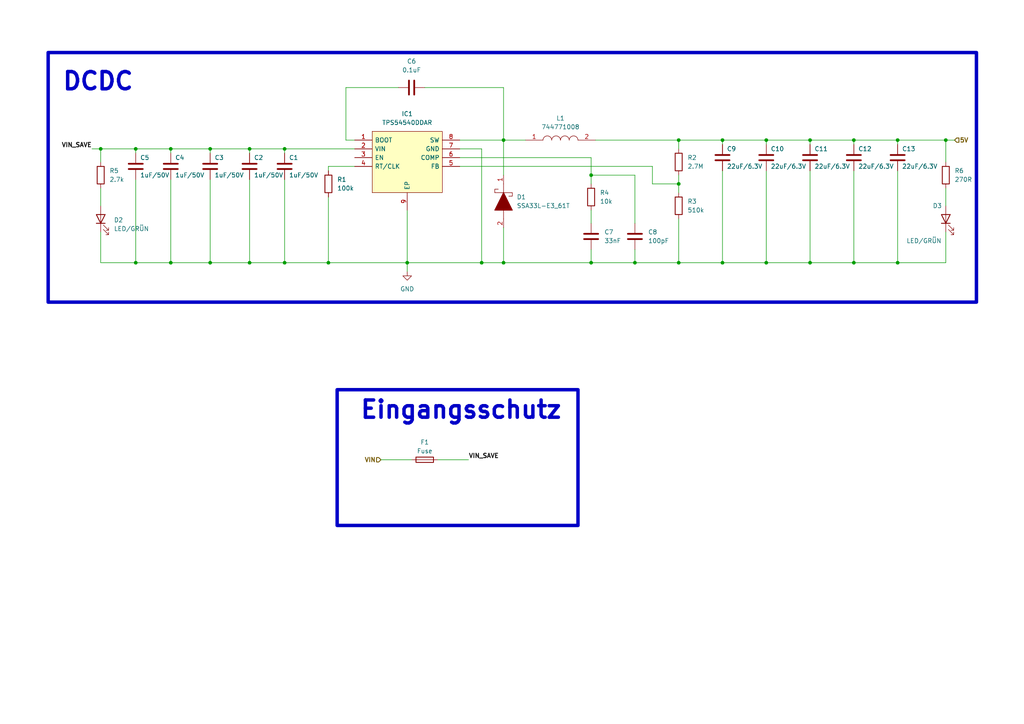
<source format=kicad_sch>
(kicad_sch (version 20230121) (generator eeschema)
  (paper "A4")
  (lib_symbols
    (symbol "Device:C" (pin_numbers hide) (pin_names (offset 0.254))
      (property "Reference" "C" (at 0.635 2.54 0))
      (property "Value" "C" (at 0.635 -2.54 0))
      (symbol "C_0_1"
        (polyline (pts (xy -2.032 -0.762) (xy 2.032 -0.762)) (stroke (width 0.508)))
        (polyline (pts (xy -2.032 0.762) (xy 2.032 0.762)) (stroke (width 0.508)))
      )
      (symbol "C_1_1"
        (pin passive line (at 0 3.81 270) (length 2.794) (name "~") (number "1"))
        (pin passive line (at 0 -3.81 90) (length 2.794) (name "~") (number "2"))
      )
    )
    (symbol "Device:Fuse" (pin_numbers hide) (pin_names (offset 0))
      (property "Reference" "F" (at 2.032 0 90))
      (property "Value" "Fuse" (at -1.905 0 90))
      (symbol "Fuse_0_1"
        (rectangle (start -0.762 -2.54) (end 0.762 2.54) (stroke (width 0.254)))
        (polyline (pts (xy 0 2.54) (xy 0 -2.54)))
      )
      (symbol "Fuse_1_1"
        (pin passive line (at 0 3.81 270) (length 1.27) (name "~") (number "1"))
        (pin passive line (at 0 -3.81 90) (length 1.27) (name "~") (number "2"))
      )
    )
    (symbol "Device:LED" (pin_numbers hide) (pin_names (offset 1.016) hide)
      (property "Reference" "D" (at 0 2.54 0))
      (property "Value" "LED" (at 0 -2.54 0))
      (symbol "LED_0_1"
        (polyline (pts (xy -1.27 -1.27) (xy -1.27 1.27)) (stroke (width 0.254)))
        (polyline (pts (xy -1.27 0) (xy 1.27 0)))
        (polyline (pts (xy 1.27 -1.27) (xy 1.27 1.27) (xy -1.27 0) (xy 1.27 -1.27)) (stroke (width 0.254)))
        (polyline (pts (xy -3.048 -0.762) (xy -4.572 -2.286) (xy -3.81 -2.286) (xy -4.572 -2.286) (xy -4.572 -1.524)))
        (polyline (pts (xy -1.778 -0.762) (xy -3.302 -2.286) (xy -2.54 -2.286) (xy -3.302 -2.286) (xy -3.302 -1.524)))
      )
      (symbol "LED_1_1"
        (pin passive line (at -3.81 0 0) (length 2.54) (name "K") (number "1"))
        (pin passive line (at 3.81 0 180) (length 2.54) (name "A") (number "2"))
      )
    )
    (symbol "Device:R" (pin_numbers hide) (pin_names (offset 0))
      (property "Reference" "R" (at 2.032 0 90))
      (property "Value" "R" (at 0 0 90))
      (symbol "R_0_1"
        (rectangle (start -1.016 -2.54) (end 1.016 2.54) (stroke (width 0.254)))
      )
      (symbol "R_1_1"
        (pin passive line (at 0 3.81 270) (length 1.27) (name "~") (number "1"))
        (pin passive line (at 0 -3.81 90) (length 1.27) (name "~") (number "2"))
      )
    )
    (symbol "Samacsys:744771008" (pin_names (offset 0.762))
      (property "Reference" "L" (at 16.51 6.35 0))
      (property "Value" "744771008" (at 16.51 3.81 0))
      (symbol "744771008_0_0"
        (pin passive line (at 0 0 0) (length 5.08) (name "~") (number "1"))
        (pin passive line (at 20.32 0 180) (length 5.08) (name "~") (number "2"))
      )
      (symbol "744771008_0_1"
        (arc (start 7.62 0) (mid 6.35 1.2202) (end 5.08 0) (stroke (width 0.1524)))
        (arc (start 10.16 0) (mid 8.89 1.2202) (end 7.62 0) (stroke (width 0.1524)))
        (arc (start 12.7 0) (mid 11.43 1.2202) (end 10.16 0) (stroke (width 0.1524)))
        (arc (start 15.24 0) (mid 13.97 1.2202) (end 12.7 0) (stroke (width 0.1524)))
      )
    )
    (symbol "Samacsys:SSA33L-E3_61T" (pin_names (offset 0.762))
      (property "Reference" "D" (at 12.7 8.89 0))
      (property "Value" "SSA33L-E3_61T" (at 12.7 6.35 0))
      (symbol "SSA33L-E3_61T_0_0"
        (pin passive line (at 2.54 0 0) (length 2.54) (name "~") (number "1"))
        (pin passive line (at 17.78 0 180) (length 2.54) (name "~") (number "2"))
      )
      (symbol "SSA33L-E3_61T_0_1"
        (polyline (pts (xy 5.08 0) (xy 7.62 0)) (stroke (width 0.1524)))
        (polyline (pts (xy 7.62 2.54) (xy 7.62 -2.54)) (stroke (width 0.1524)))
        (polyline (pts (xy 12.7 0) (xy 15.24 0)) (stroke (width 0.1524)))
        (polyline (pts (xy 7.62 -2.54) (xy 6.604 -2.54) (xy 6.604 -1.524)) (stroke (width 0.1524)))
        (polyline (pts (xy 7.62 2.54) (xy 8.636 2.54) (xy 8.636 1.524)) (stroke (width 0.1524)))
        (polyline (pts (xy 7.62 0) (xy 12.7 2.54) (xy 12.7 -2.54) (xy 7.62 0)) (stroke (width 0.254)) (fill (type outline)))
      )
    )
    (symbol "Samacsys:TPS54540DDAR" (pin_names (offset 0.762))
      (property "Reference" "IC1" (at 15.24 7.62 0))
      (property "Value" "TPS54540DDAR" (at 15.24 5.08 0))
      (symbol "TPS54540DDAR_0_0"
        (pin passive line (at 0 0 0) (length 5.08) (name "BOOT") (number "1"))
        (pin passive line (at 0 -2.54 0) (length 5.08) (name "VIN") (number "2"))
        (pin passive line (at 0 -5.08 0) (length 5.08) (name "EN") (number "3"))
        (pin passive line (at 0 -7.62 0) (length 5.08) (name "RT/CLK") (number "4"))
        (pin passive line (at 30.48 -7.62 180) (length 5.08) (name "FB") (number "5"))
        (pin passive line (at 30.48 -5.08 180) (length 5.08) (name "COMP") (number "6"))
        (pin passive line (at 30.48 -2.54 180) (length 5.08) (name "GND") (number "7"))
        (pin passive line (at 30.48 0 180) (length 5.08) (name "SW") (number "8"))
        (pin passive line (at 15.24 -20.32 90) (length 5.08) (name "EP") (number "9"))
      )
      (symbol "TPS54540DDAR_1_1"
        (polyline (pts (xy 5.08 2.54) (xy 25.4 2.54) (xy 25.4 -15.24) (xy 5.08 -15.24) (xy 5.08 2.54)) (stroke (width 0.1524)) (fill (type background)))
      )
    )
    (symbol "power:GND" (power) (pin_names (offset 0))
      (property "Value" "GND" (at 0 -3.81 0))
      (symbol "GND_0_1"
        (polyline (pts (xy 0 0) (xy 0 -1.27) (xy 1.27 -1.27) (xy 0 -2.54) (xy -1.27 -1.27) (xy 0 -1.27)))
      )
      (symbol "GND_1_1"
        (pin power_in line (at 0 0 270) (length 0) hide (name "GND") (number "1"))
      )
    )
  )
  (junction (at 247.65 76.2))
  (junction (at 72.39 43.18))
  (junction (at 196.85 53.34))
  (junction (at 146.05 40.64))
  (junction (at 146.05 76.2))
  (junction (at 234.95 40.64))
  (junction (at 196.85 40.64))
  (junction (at 234.95 76.2))
  (junction (at 222.25 76.2))
  (junction (at 49.53 76.2))
  (junction (at 60.96 76.2))
  (junction (at 139.7 76.2))
  (junction (at 39.37 76.2))
  (junction (at 184.15 76.2))
  (junction (at 39.37 43.18))
  (junction (at 209.55 76.2))
  (junction (at 82.55 43.18))
  (junction (at 29.21 43.18))
  (junction (at 247.65 40.64))
  (junction (at 60.96 43.18))
  (junction (at 95.25 76.2))
  (junction (at 222.25 40.64))
  (junction (at 209.55 40.64))
  (junction (at 171.45 50.8))
  (junction (at 49.53 43.18))
  (junction (at 196.85 76.2))
  (junction (at 260.35 40.64))
  (junction (at 118.11 76.2))
  (junction (at 274.32 40.64))
  (junction (at 72.39 76.2))
  (junction (at 82.55 76.2))
  (junction (at 171.45 76.2))
  (junction (at 260.35 76.2))
  (wire (pts (xy 139.7 43.18) (xy 139.7 76.2)))
  (wire (pts (xy 184.15 76.2) (xy 171.45 76.2)))
  (wire (pts (xy 171.45 50.8) (xy 171.45 53.34)))
  (wire (pts (xy 127 133.35) (xy 135.89 133.35)))
  (wire (pts (xy 133.35 40.64) (xy 146.05 40.64)))
  (wire (pts (xy 274.32 67.31) (xy 274.32 76.2)))
  (wire (pts (xy 274.32 46.99) (xy 274.32 40.64)))
  (wire (pts (xy 260.35 41.91) (xy 260.35 40.64)))
  (wire (pts (xy 29.21 54.61) (xy 29.21 59.69)))
  (wire (pts (xy 260.35 49.53) (xy 260.35 76.2)))
  (wire (pts (xy 209.55 49.53) (xy 209.55 76.2)))
  (wire (pts (xy 29.21 67.31) (xy 29.21 76.2)))
  (wire (pts (xy 49.53 44.45) (xy 49.53 43.18)))
  (wire (pts (xy 146.05 40.64) (xy 152.4 40.64)))
  (wire (pts (xy 133.35 45.72) (xy 171.45 45.72)))
  (wire (pts (xy 171.45 76.2) (xy 146.05 76.2)))
  (wire (pts (xy 274.32 40.64) (xy 276.86 40.64)))
  (wire (pts (xy 247.65 41.91) (xy 247.65 40.64)))
  (wire (pts (xy 146.05 25.4) (xy 146.05 40.64)))
  (wire (pts (xy 39.37 76.2) (xy 49.53 76.2)))
  (wire (pts (xy 102.87 48.26) (xy 95.25 48.26)))
  (wire (pts (xy 100.33 40.64) (xy 102.87 40.64)))
  (wire (pts (xy 222.25 41.91) (xy 222.25 40.64)))
  (wire (pts (xy 60.96 52.07) (xy 60.96 76.2)))
  (wire (pts (xy 100.33 25.4) (xy 100.33 40.64)))
  (wire (pts (xy 72.39 43.18) (xy 82.55 43.18)))
  (wire (pts (xy 26.67 43.18) (xy 29.21 43.18)))
  (wire (pts (xy 49.53 43.18) (xy 60.96 43.18)))
  (wire (pts (xy 209.55 76.2) (xy 196.85 76.2)))
  (wire (pts (xy 184.15 64.77) (xy 184.15 50.8)))
  (wire (pts (xy 171.45 50.8) (xy 171.45 45.72)))
  (wire (pts (xy 133.35 43.18) (xy 139.7 43.18)))
  (wire (pts (xy 133.35 48.26) (xy 189.23 48.26)))
  (wire (pts (xy 196.85 63.5) (xy 196.85 76.2)))
  (wire (pts (xy 118.11 76.2) (xy 139.7 76.2)))
  (wire (pts (xy 39.37 44.45) (xy 39.37 43.18)))
  (wire (pts (xy 118.11 76.2) (xy 118.11 78.74)))
  (wire (pts (xy 72.39 52.07) (xy 72.39 76.2)))
  (wire (pts (xy 172.72 40.64) (xy 196.85 40.64)))
  (wire (pts (xy 102.87 43.18) (xy 82.55 43.18)))
  (wire (pts (xy 82.55 76.2) (xy 95.25 76.2)))
  (wire (pts (xy 222.25 76.2) (xy 209.55 76.2)))
  (wire (pts (xy 196.85 76.2) (xy 184.15 76.2)))
  (wire (pts (xy 234.95 76.2) (xy 222.25 76.2)))
  (wire (pts (xy 82.55 43.18) (xy 82.55 44.45)))
  (wire (pts (xy 260.35 40.64) (xy 247.65 40.64)))
  (wire (pts (xy 274.32 54.61) (xy 274.32 59.69)))
  (wire (pts (xy 139.7 76.2) (xy 146.05 76.2)))
  (wire (pts (xy 29.21 43.18) (xy 39.37 43.18)))
  (wire (pts (xy 123.19 25.4) (xy 146.05 25.4)))
  (wire (pts (xy 95.25 48.26) (xy 95.25 49.53)))
  (wire (pts (xy 247.65 49.53) (xy 247.65 76.2)))
  (wire (pts (xy 146.05 76.2) (xy 146.05 66.04)))
  (wire (pts (xy 222.25 49.53) (xy 222.25 76.2)))
  (wire (pts (xy 39.37 43.18) (xy 49.53 43.18)))
  (wire (pts (xy 49.53 76.2) (xy 60.96 76.2)))
  (wire (pts (xy 171.45 72.39) (xy 171.45 76.2)))
  (wire (pts (xy 29.21 46.99) (xy 29.21 43.18)))
  (wire (pts (xy 184.15 72.39) (xy 184.15 76.2)))
  (wire (pts (xy 184.15 50.8) (xy 171.45 50.8)))
  (wire (pts (xy 196.85 50.8) (xy 196.85 53.34)))
  (wire (pts (xy 39.37 52.07) (xy 39.37 76.2)))
  (wire (pts (xy 189.23 53.34) (xy 196.85 53.34)))
  (wire (pts (xy 95.25 76.2) (xy 118.11 76.2)))
  (wire (pts (xy 222.25 40.64) (xy 209.55 40.64)))
  (wire (pts (xy 274.32 40.64) (xy 260.35 40.64)))
  (wire (pts (xy 72.39 76.2) (xy 82.55 76.2)))
  (wire (pts (xy 49.53 52.07) (xy 49.53 76.2)))
  (wire (pts (xy 196.85 40.64) (xy 196.85 43.18)))
  (wire (pts (xy 247.65 40.64) (xy 234.95 40.64)))
  (wire (pts (xy 209.55 41.91) (xy 209.55 40.64)))
  (wire (pts (xy 247.65 76.2) (xy 234.95 76.2)))
  (wire (pts (xy 60.96 44.45) (xy 60.96 43.18)))
  (wire (pts (xy 118.11 60.96) (xy 118.11 76.2)))
  (wire (pts (xy 60.96 76.2) (xy 72.39 76.2)))
  (wire (pts (xy 234.95 41.91) (xy 234.95 40.64)))
  (wire (pts (xy 209.55 40.64) (xy 196.85 40.64)))
  (wire (pts (xy 95.25 57.15) (xy 95.25 76.2)))
  (wire (pts (xy 189.23 48.26) (xy 189.23 53.34)))
  (wire (pts (xy 196.85 53.34) (xy 196.85 55.88)))
  (wire (pts (xy 171.45 60.96) (xy 171.45 64.77)))
  (wire (pts (xy 110.49 133.35) (xy 119.38 133.35)))
  (wire (pts (xy 82.55 52.07) (xy 82.55 76.2)))
  (wire (pts (xy 234.95 40.64) (xy 222.25 40.64)))
  (wire (pts (xy 115.57 25.4) (xy 100.33 25.4)))
  (wire (pts (xy 234.95 49.53) (xy 234.95 76.2)))
  (wire (pts (xy 72.39 44.45) (xy 72.39 43.18)))
  (wire (pts (xy 29.21 76.2) (xy 39.37 76.2)))
  (wire (pts (xy 274.32 76.2) (xy 260.35 76.2)))
  (wire (pts (xy 60.96 43.18) (xy 72.39 43.18)))
  (wire (pts (xy 260.35 76.2) (xy 247.65 76.2)))
  (wire (pts (xy 146.05 40.64) (xy 146.05 50.8)))
  (rectangle (start 13.97 15.24) (end 283.21 87.63) (stroke (width 1)))
  (rectangle (start 97.79 113.03) (end 167.64 152.4) (stroke (width 1)))
  (text "DCDC\n" (at 17.78 26.67 0) (effects (font (size 5 5) bold) (justify left bottom)))
  (text "Eingangsschutz\n" (at 104.14 121.92 0) (effects (font (size 5 5) bold) (justify left bottom)))
  (label "VIN_SAVE" (at 135.89 133.35 0) (effects (font bold)))
  (label "VIN_SAVE" (at 26.67 43.18 180) (effects (font bold)))
  (hierarchical_label "5V" (shape input) (at 276.86 40.64 0) (effects (font bold)))
  (hierarchical_label "VIN" (shape input) (at 110.49 133.35 180) (effects (font bold)))
  (symbol (lib_id "Device:C") (at 119.38 25.4 90) (unit 1)
    (property "Reference" "C6" (at 119.38 17.78 90))
    (property "Value" "0.1uF" (at 119.38 20.32 90))
    (property "Footprint" "Capacitor_SMD:C_0805_2012Metric_Pad1.18x1.45mm_HandSolder" (effects hide))
  )
  (symbol (lib_id "Device:C") (at 60.96 48.26 0) (unit 1)
    (property "Reference" "C3" (at 62.23 45.72 0) (effects (justify left)))
    (property "Value" "1uF/50V" (at 62.23 50.8 0) (effects (justify left)))
    (property "Footprint" "Resistor_SMD:R_0805_2012Metric_Pad1.20x1.40mm_HandSolder" (effects hide))
  )
  (symbol (lib_id "Samacsys:TPS54540DDAR") (at 102.87 40.64 0) (unit 1)
    (property "Reference" "IC1" (at 118.11 33.02 0))
    (property "Value" "TPS54540DDAR" (at 118.11 35.56 0))
    (property "Footprint" "Samacsys:SOIC127P600X170-9N" (effects hide))
    (property "Datasheet" "http://www.ti.com/general/docs/suppproductinfo.tsp?distId=26&gotoUrl=http%3A%2F%2Fwww.ti.com%2Flit%2Fgpn%2Ftps54540" (effects hide))
    (property "Description" "TEXAS INSTRUMENTS - TPS54540DDAR - DC-DC Switching Buck Step Down Regulator, Adjustable, 4.5V-42Vin, 2.5 MHz, 5Aout, HSOIC-8" (effects hide))
    (property "Height" "1.7" (effects hide))
    (property "Manufacturer_Name" "Texas Instruments" (effects hide))
    (property "Manufacturer_Part_Number" "TPS54540DDAR" (effects hide))
    (property "Mouser Part Number" "595-TPS54540DDAR" (effects hide))
    (property "Mouser Price/Stock" "https://www.mouser.co.uk/ProductDetail/Texas-Instruments/TPS54540DDAR?qs=SmtJf7EgX8R3DJSTgSTesw%3D%3D" (effects hide))
    (property "Arrow Part Number" "TPS54540DDAR" (effects hide))
    (property "Arrow Price/Stock" "https://www.arrow.com/en/products/tps54540ddar/texas-instruments?region=nac" (effects hide))
  )
  (symbol (lib_id "Device:Fuse") (at 123.19 133.35 90) (unit 1)
    (property "Reference" "F1" (at 123.19 128.27 90))
    (property "Value" "Fuse" (at 123.19 130.81 90))
    (property "Footprint" "Resistor_SMD:R_1218_3246Metric_Pad1.22x4.75mm_HandSolder" (effects hide))
  )
  (symbol (lib_id "Device:R") (at 196.85 59.69 0) (unit 1)
    (property "Reference" "R3" (at 199.39 58.42 0) (effects (justify left)))
    (property "Value" "510k" (at 199.39 60.96 0) (effects (justify left)))
    (property "Footprint" "Resistor_SMD:R_0805_2012Metric_Pad1.20x1.40mm_HandSolder" (effects hide))
  )
  (symbol (lib_id "Device:C") (at 247.65 45.72 0) (unit 1)
    (property "Reference" "C12" (at 248.92 43.18 0) (effects (justify left)))
    (property "Value" "22uF/6.3V" (at 248.92 48.26 0) (effects (justify left)))
    (property "Footprint" "Capacitor_SMD:C_0805_2012Metric_Pad1.18x1.45mm_HandSolder" (effects hide))
  )
  (symbol (lib_id "Device:C") (at 222.25 45.72 0) (unit 1)
    (property "Reference" "C10" (at 223.52 43.18 0) (effects (justify left)))
    (property "Value" "22uF/6.3V" (at 223.52 48.26 0) (effects (justify left)))
    (property "Footprint" "Capacitor_SMD:C_0805_2012Metric_Pad1.18x1.45mm_HandSolder" (effects hide))
  )
  (symbol (lib_id "Device:C") (at 234.95 45.72 0) (unit 1)
    (property "Reference" "C11" (at 236.22 43.18 0) (effects (justify left)))
    (property "Value" "22uF/6.3V" (at 236.22 48.26 0) (effects (justify left)))
    (property "Footprint" "Capacitor_SMD:C_0805_2012Metric_Pad1.18x1.45mm_HandSolder" (effects hide))
  )
  (symbol (lib_id "Device:R") (at 274.32 50.8 0) (unit 1)
    (property "Reference" "R6" (at 276.86 49.53 0) (effects (justify left)))
    (property "Value" "270R" (at 276.86 52.07 0) (effects (justify left)))
    (property "Footprint" "Resistor_SMD:R_0805_2012Metric_Pad1.20x1.40mm_HandSolder" (effects hide))
  )
  (symbol (lib_id "Device:C") (at 72.39 48.26 0) (unit 1)
    (property "Reference" "C2" (at 73.66 45.72 0) (effects (justify left)))
    (property "Value" "1uF/50V" (at 73.66 50.8 0) (effects (justify left)))
    (property "Footprint" "Resistor_SMD:R_0805_2012Metric_Pad1.20x1.40mm_HandSolder" (effects hide))
  )
  (symbol (lib_id "Device:C") (at 171.45 68.58 0) (unit 1)
    (property "Reference" "C7" (at 175.26 67.31 0) (effects (justify left)))
    (property "Value" "33nF" (at 175.26 69.85 0) (effects (justify left)))
    (property "Footprint" "Capacitor_SMD:C_0805_2012Metric_Pad1.18x1.45mm_HandSolder" (effects hide))
  )
  (symbol (lib_id "Samacsys:744771008") (at 152.4 40.64 0) (unit 1)
    (property "Reference" "L1" (at 162.56 34.29 0))
    (property "Value" "744771008" (at 162.56 36.83 0))
    (property "Footprint" "Samacsys:WE-PD_1260_1245_1280_121054" (effects hide))
    (property "Description" "SMD-Shielded Power Inductors WE-PD" (effects hide))
    (property "Manufacturer_Name" "Wurth Elektronik" (effects hide))
    (property "Manufacturer_Part_Number" "744771008" (effects hide))
    (property "Mouser Part Number" "710-744771008" (effects hide))
    (property "Mouser Price/Stock" "https://www.mouser.co.uk/ProductDetail/Wurth-Elektronik/744771008?qs=E%2F%2FhvbtCqpMBmCD5Rj69rg%3D%3D" (effects hide))
  )
  (symbol (lib_id "Device:R") (at 29.21 50.8 0) (unit 1)
    (property "Reference" "R5" (at 31.75 49.53 0) (effects (justify left)))
    (property "Value" "2.7k" (at 31.75 52.07 0) (effects (justify left)))
    (property "Footprint" "Resistor_SMD:R_0805_2012Metric_Pad1.20x1.40mm_HandSolder" (effects hide))
  )
  (symbol (lib_id "Device:C") (at 209.55 45.72 0) (unit 1)
    (property "Reference" "C9" (at 210.82 43.18 0) (effects (justify left)))
    (property "Value" "22uF/6.3V" (at 210.82 48.26 0) (effects (justify left)))
    (property "Footprint" "Capacitor_SMD:C_0805_2012Metric_Pad1.18x1.45mm_HandSolder" (effects hide))
  )
  (symbol (lib_id "Device:C") (at 82.55 48.26 0) (unit 1)
    (property "Reference" "C1" (at 83.82 45.72 0) (effects (justify left)))
    (property "Value" "1uF/50V" (at 83.82 50.8 0) (effects (justify left)))
    (property "Footprint" "Capacitor_SMD:C_0805_2012Metric_Pad1.18x1.45mm_HandSolder" (effects hide))
  )
  (symbol (lib_id "Device:LED") (at 274.32 63.5 90) (unit 1)
    (property "Reference" "D3" (at 270.51 59.69 90) (effects (justify right)))
    (property "Value" "LED/GRÜN" (at 262.89 69.85 90) (effects (justify right)))
    (property "Footprint" "LED_SMD:LED_0805_2012Metric_Pad1.15x1.40mm_HandSolder" (effects hide))
  )
  (symbol (lib_id "Device:C") (at 39.37 48.26 0) (unit 1)
    (property "Reference" "C5" (at 40.64 45.72 0) (effects (justify left)))
    (property "Value" "1uF/50V" (at 40.64 50.8 0) (effects (justify left)))
    (property "Footprint" "Resistor_SMD:R_0805_2012Metric_Pad1.20x1.40mm_HandSolder" (effects hide))
  )
  (symbol (lib_id "Device:R") (at 95.25 53.34 0) (unit 1)
    (property "Reference" "R1" (at 97.79 52.07 0) (effects (justify left)))
    (property "Value" "100k" (at 97.79 54.61 0) (effects (justify left)))
    (property "Footprint" "Resistor_SMD:R_0805_2012Metric_Pad1.20x1.40mm_HandSolder" (effects hide))
  )
  (symbol (lib_id "Device:C") (at 184.15 68.58 0) (unit 1)
    (property "Reference" "C8" (at 187.96 67.31 0) (effects (justify left)))
    (property "Value" "100pF" (at 187.96 69.85 0) (effects (justify left)))
    (property "Footprint" "Capacitor_SMD:C_0805_2012Metric_Pad1.18x1.45mm_HandSolder" (effects hide))
  )
  (symbol (lib_id "Samacsys:SSA33L-E3_61T") (at 146.05 48.26 270) (unit 1)
    (property "Reference" "D1" (at 149.86 57.15 90) (effects (justify left)))
    (property "Value" "SSA33L-E3_61T" (at 149.86 59.69 90) (effects (justify left)))
    (property "Footprint" "Samacsys:DIOM5127X229N" (effects hide))
    (property "Datasheet" "https://www.mouser.de/datasheet/2/427/ssa33l-103313.pdf" (effects hide))
    (property "Description" "Schottky Diodes & Rectifiers" (effects hide))
    (property "Height" "2.29" (effects hide))
    (property "Manufacturer_Name" "Vishay" (effects hide))
    (property "Manufacturer_Part_Number" "SSA33L-E3/61T" (effects hide))
    (property "Mouser Part Number" "625-SSA33L-E3" (effects hide))
    (property "Mouser Price/Stock" "https://www.mouser.co.uk/ProductDetail/Vishay-General-Semiconductor/SSA33L-E3-61T?qs=x2jpVgRnAtOQ31b32iy%2Fhw%3D%3D" (effects hide))
    (property "Arrow Part Number" "SSA33L-E3/61T" (effects hide))
    (property "Arrow Price/Stock" "https://www.arrow.com/en/products/ssa33l-e361t/vishay?region=nac" (effects hide))
  )
  (symbol (lib_id "Device:R") (at 171.45 57.15 0) (unit 1)
    (property "Reference" "R4" (at 173.99 55.88 0) (effects (justify left)))
    (property "Value" "10k" (at 173.99 58.42 0) (effects (justify left)))
    (property "Footprint" "Resistor_SMD:R_0805_2012Metric_Pad1.20x1.40mm_HandSolder" (effects hide))
  )
  (symbol (lib_id "Device:C") (at 49.53 48.26 0) (unit 1)
    (property "Reference" "C4" (at 50.8 45.72 0) (effects (justify left)))
    (property "Value" "1uF/50V" (at 50.8 50.8 0) (effects (justify left)))
    (property "Footprint" "Resistor_SMD:R_0805_2012Metric_Pad1.20x1.40mm_HandSolder" (effects hide))
  )
  (symbol (lib_id "Device:C") (at 260.35 45.72 0) (unit 1)
    (property "Reference" "C13" (at 261.62 43.18 0) (effects (justify left)))
    (property "Value" "22uF/6.3V" (at 261.62 48.26 0) (effects (justify left)))
    (property "Footprint" "Capacitor_SMD:C_0805_2012Metric_Pad1.18x1.45mm_HandSolder" (effects hide))
  )
  (symbol (lib_id "Device:R") (at 196.85 46.99 0) (unit 1)
    (property "Reference" "R2" (at 199.39 45.72 0) (effects (justify left)))
    (property "Value" "2.7M" (at 199.39 48.26 0) (effects (justify left)))
    (property "Footprint" "Resistor_SMD:R_0805_2012Metric_Pad1.20x1.40mm_HandSolder" (effects hide))
  )
  (symbol (lib_id "power:GND") (at 118.11 78.74 0) (unit 1)
    (property "Reference" "#PWR01" (effects hide))
    (property "Value" "GND" (at 118.11 83.82 0))
  )
  (symbol (lib_id "Device:LED") (at 29.21 63.5 90) (unit 1)
    (property "Reference" "D2" (at 33.02 63.8175 90) (effects (justify right)))
    (property "Value" "LED/GRÜN" (at 33.02 66.3575 90) (effects (justify right)))
    (property "Footprint" "LED_SMD:LED_0805_2012Metric_Pad1.15x1.40mm_HandSolder" (effects hide))
  )
)
</source>
